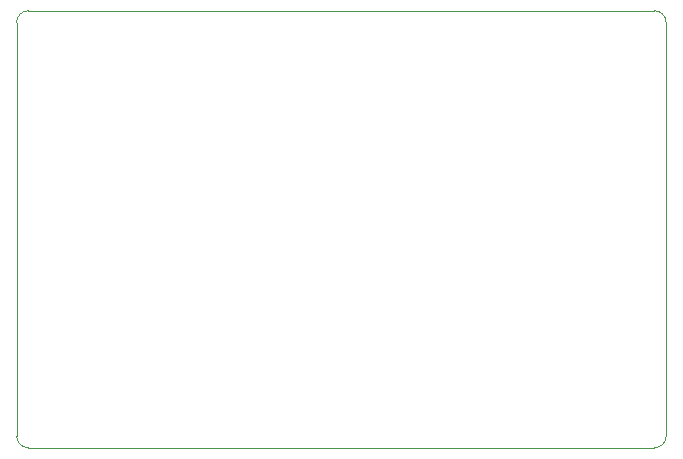
<source format=gm1>
G04 #@! TF.GenerationSoftware,KiCad,Pcbnew,(5.1.6)-1*
G04 #@! TF.CreationDate,2021-12-03T11:20:38+02:00*
G04 #@! TF.ProjectId,df_stacked,64665f73-7461-4636-9b65-642e6b696361,rev?*
G04 #@! TF.SameCoordinates,Original*
G04 #@! TF.FileFunction,Profile,NP*
%FSLAX46Y46*%
G04 Gerber Fmt 4.6, Leading zero omitted, Abs format (unit mm)*
G04 Created by KiCad (PCBNEW (5.1.6)-1) date 2021-12-03 11:20:38*
%MOMM*%
%LPD*%
G01*
G04 APERTURE LIST*
G04 #@! TA.AperFunction,Profile*
%ADD10C,0.050000*%
G04 #@! TD*
G04 APERTURE END LIST*
D10*
X203000000Y-82000000D02*
G75*
G02*
X204000000Y-83000000I0J-1000000D01*
G01*
X150000000Y-82000000D02*
X203000000Y-82000000D01*
X149000000Y-83000000D02*
G75*
G02*
X150000000Y-82000000I1000000J0D01*
G01*
X149000000Y-118000000D02*
X149000000Y-83000000D01*
X150000000Y-119000000D02*
G75*
G02*
X149000000Y-118000000I0J1000000D01*
G01*
X203000000Y-119000000D02*
X150000000Y-119000000D01*
X204000000Y-118000000D02*
G75*
G02*
X203000000Y-119000000I-1000000J0D01*
G01*
X204000000Y-83000000D02*
X204000000Y-118000000D01*
M02*

</source>
